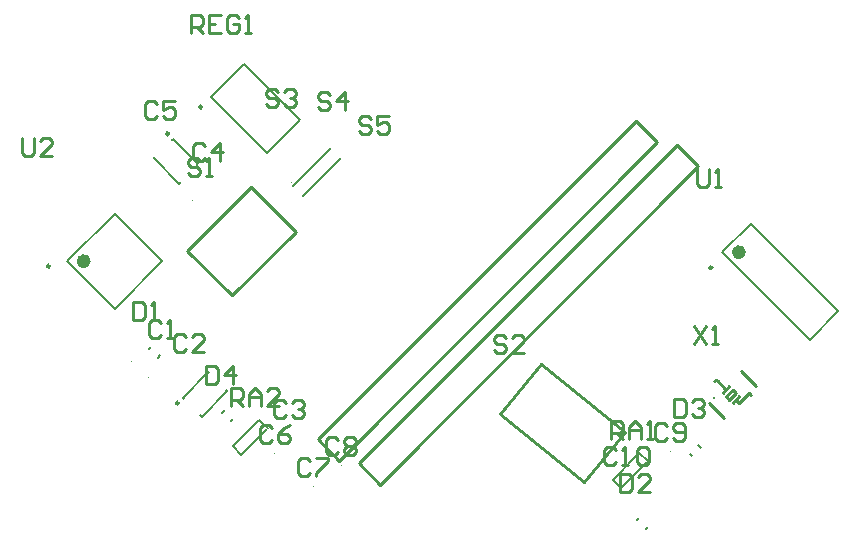
<source format=gto>
G04*
G04 #@! TF.GenerationSoftware,Altium Limited,Altium Designer,23.4.1 (23)*
G04*
G04 Layer_Color=65535*
%FSLAX44Y44*%
%MOMM*%
G71*
G04*
G04 #@! TF.SameCoordinates,7EF6362F-2363-4B38-88DE-BB285B2C36F4*
G04*
G04*
G04 #@! TF.FilePolarity,Positive*
G04*
G01*
G75*
%ADD10C,0.2500*%
%ADD11C,0.6000*%
%ADD12C,0.1000*%
%ADD13C,0.2540*%
%ADD14C,0.2540*%
%ADD15C,0.1524*%
%ADD16C,0.2000*%
D10*
X452260Y172121D02*
G03*
X452260Y172121I-1250J0D01*
G01*
X20411Y308137D02*
G03*
X20411Y308137I-1250J0D01*
G01*
X601Y57389D02*
G03*
X601Y57389I-1250J0D01*
G01*
X-7820Y285534D02*
G03*
X-7820Y285534I-1250J0D01*
G01*
X-108511Y173357D02*
G03*
X-108511Y173357I-1250J0D01*
G01*
D11*
X477698Y185202D02*
G03*
X477698Y185202I-3000J0D01*
G01*
X-77063Y177600D02*
G03*
X-77063Y177600I-3000J0D01*
G01*
D12*
X-25474Y79133D02*
G03*
X-25474Y79133I-500J0D01*
G01*
X12113Y228920D02*
G03*
X12113Y228920I-500J0D01*
G01*
X94020Y35687D02*
G03*
X94020Y35687I-500J0D01*
G01*
X82020Y14987D02*
G03*
X82020Y14987I-500J0D01*
G01*
X114520Y-13013D02*
G03*
X114520Y-13013I-500J0D01*
G01*
X138320Y4287D02*
G03*
X138320Y4287I-500J0D01*
G01*
X96538Y244438D02*
G03*
X96538Y244438I-500J0D01*
G01*
X373983Y-52378D02*
G03*
X373983Y-52378I-500J0D01*
G01*
X-39217Y92722D02*
G03*
X-39217Y92722I-500J0D01*
G01*
X430522Y36617D02*
G03*
X430522Y36617I-500J0D01*
G01*
X22883Y39022D02*
G03*
X22883Y39022I-500J0D01*
G01*
X359613Y-28680D02*
G03*
X359613Y-28680I-500J0D01*
G01*
X416620Y16587D02*
G03*
X416620Y16587I-500J0D01*
G01*
D13*
X454000Y61700D02*
D03*
D14*
X152834Y6395D02*
X170795Y-11565D01*
X440203Y257843D01*
X422242Y275803D02*
X440203Y257843D01*
X152834Y6395D02*
X422242Y275803D01*
X45538Y148660D02*
X99419Y202542D01*
X61702Y240259D02*
X99419Y202542D01*
X7820Y186377D02*
X61702Y240259D01*
X7820Y186377D02*
X45538Y148660D01*
X307144Y90603D02*
X378206Y33058D01*
X272777Y48163D02*
X307144Y90603D01*
X343839Y-9382D02*
X378206Y33058D01*
X272777Y48163D02*
X343839Y-9382D01*
X476627Y84327D02*
X489355Y71600D01*
X449757Y57457D02*
X462485Y44729D01*
X472385Y60286D02*
X475213Y57457D01*
X483698Y65943D01*
X485112Y64529D01*
X456829Y75842D02*
X462485Y70185D01*
X455414Y77257D02*
X456829Y75842D01*
X454000D02*
X455414Y77257D01*
X461071Y65943D02*
X466728Y71600D01*
X469557Y68771D02*
X472385Y65943D01*
X463899Y63114D02*
X469557Y68771D01*
X463899Y63114D02*
X466728Y60286D01*
X472385Y65943D01*
X469557Y57457D02*
X475213Y63114D01*
X117974Y26635D02*
X135934Y8674D01*
X405342Y278082D01*
X387382Y296043D02*
X405342Y278082D01*
X117974Y26635D02*
X387382Y296043D01*
X163669Y298034D02*
X161129Y300573D01*
X156051D01*
X153512Y298034D01*
Y295495D01*
X156051Y292955D01*
X161129D01*
X163669Y290416D01*
Y287877D01*
X161129Y285338D01*
X156051D01*
X153512Y287877D01*
X178904Y300573D02*
X168747D01*
Y292955D01*
X173825Y295495D01*
X176365D01*
X178904Y292955D01*
Y287877D01*
X176365Y285338D01*
X171286D01*
X168747Y287877D01*
X18635Y262474D02*
X16095Y265013D01*
X11017D01*
X8478Y262474D01*
Y259935D01*
X11017Y257395D01*
X16095D01*
X18635Y254856D01*
Y252317D01*
X16095Y249778D01*
X11017D01*
X8478Y252317D01*
X23713Y249778D02*
X28791D01*
X26252D01*
Y265013D01*
X23713Y262474D01*
X366110Y27274D02*
Y42509D01*
X373727D01*
X376267Y39970D01*
Y34892D01*
X373727Y32352D01*
X366110D01*
X371188D02*
X376267Y27274D01*
X381345D02*
Y37431D01*
X386423Y42509D01*
X391502Y37431D01*
Y27274D01*
Y34892D01*
X381345D01*
X396580Y27274D02*
X401659D01*
X399119D01*
Y42509D01*
X396580Y39970D01*
X439516Y255869D02*
Y243173D01*
X442055Y240634D01*
X447133D01*
X449673Y243173D01*
Y255869D01*
X454751Y240634D02*
X459829D01*
X457290D01*
Y255869D01*
X454751Y253330D01*
X-14639Y125314D02*
X-17178Y127853D01*
X-22257D01*
X-24796Y125314D01*
Y115157D01*
X-22257Y112618D01*
X-17178D01*
X-14639Y115157D01*
X-9561Y112618D02*
X-4483D01*
X-7022D01*
Y127853D01*
X-9561Y125314D01*
X277207Y112614D02*
X274667Y115153D01*
X269589D01*
X267050Y112614D01*
Y110075D01*
X269589Y107535D01*
X274667D01*
X277207Y104996D01*
Y102457D01*
X274667Y99918D01*
X269589D01*
X267050Y102457D01*
X292442Y99918D02*
X282285D01*
X292442Y110075D01*
Y112614D01*
X289903Y115153D01*
X284824D01*
X282285Y112614D01*
X11272Y371190D02*
Y386425D01*
X18889D01*
X21429Y383886D01*
Y378807D01*
X18889Y376268D01*
X11272D01*
X16350D02*
X21429Y371190D01*
X36664Y386425D02*
X26507D01*
Y371190D01*
X36664D01*
X26507Y378807D02*
X31585D01*
X51899Y383886D02*
X49360Y386425D01*
X44281D01*
X41742Y383886D01*
Y373729D01*
X44281Y371190D01*
X49360D01*
X51899Y373729D01*
Y378807D01*
X46821D01*
X56977Y371190D02*
X62056D01*
X59516D01*
Y386425D01*
X56977Y383886D01*
X6951Y113376D02*
X4412Y115915D01*
X-667D01*
X-3206Y113376D01*
Y103219D01*
X-667Y100680D01*
X4412D01*
X6951Y103219D01*
X22186Y100680D02*
X12029D01*
X22186Y110837D01*
Y113376D01*
X19647Y115915D01*
X14568D01*
X12029Y113376D01*
X22953Y275174D02*
X20413Y277713D01*
X15335D01*
X12796Y275174D01*
Y265017D01*
X15335Y262478D01*
X20413D01*
X22953Y265017D01*
X35649Y262478D02*
Y277713D01*
X28031Y270096D01*
X38188D01*
X91533Y57496D02*
X88994Y60035D01*
X83915D01*
X81376Y57496D01*
Y47339D01*
X83915Y44800D01*
X88994D01*
X91533Y47339D01*
X96611Y57496D02*
X99150Y60035D01*
X104229D01*
X106768Y57496D01*
Y54957D01*
X104229Y52417D01*
X101689D01*
X104229D01*
X106768Y49878D01*
Y47339D01*
X104229Y44800D01*
X99150D01*
X96611Y47339D01*
X-17687Y310988D02*
X-20227Y313527D01*
X-25305D01*
X-27844Y310988D01*
Y300831D01*
X-25305Y298292D01*
X-20227D01*
X-17687Y300831D01*
X-2452Y313527D02*
X-12609D01*
Y305910D01*
X-7531Y308449D01*
X-4991D01*
X-2452Y305910D01*
Y300831D01*
X-4991Y298292D01*
X-10070D01*
X-12609Y300831D01*
X79341Y36668D02*
X76802Y39207D01*
X71723D01*
X69184Y36668D01*
Y26511D01*
X71723Y23972D01*
X76802D01*
X79341Y26511D01*
X94576Y39207D02*
X89497Y36668D01*
X84419Y31590D01*
Y26511D01*
X86958Y23972D01*
X92037D01*
X94576Y26511D01*
Y29050D01*
X92037Y31590D01*
X84419D01*
X111853Y8728D02*
X109313Y11267D01*
X104235D01*
X101696Y8728D01*
Y-1429D01*
X104235Y-3968D01*
X109313D01*
X111853Y-1429D01*
X116931Y11267D02*
X127088D01*
Y8728D01*
X116931Y-1429D01*
Y-3968D01*
X-132238Y281523D02*
Y268827D01*
X-129699Y266288D01*
X-124621D01*
X-122081Y268827D01*
Y281523D01*
X-106846Y266288D02*
X-117003D01*
X-106846Y276445D01*
Y278984D01*
X-109385Y281523D01*
X-114464D01*
X-117003Y278984D01*
X135729Y26000D02*
X133189Y28539D01*
X128111D01*
X125572Y26000D01*
Y15843D01*
X128111Y13304D01*
X133189D01*
X135729Y15843D01*
X140807Y26000D02*
X143346Y28539D01*
X148425D01*
X150964Y26000D01*
Y23461D01*
X148425Y20921D01*
X150964Y18382D01*
Y15843D01*
X148425Y13304D01*
X143346D01*
X140807Y15843D01*
Y18382D01*
X143346Y20921D01*
X140807Y23461D01*
Y26000D01*
X143346Y20921D02*
X148425D01*
X84929Y320894D02*
X82389Y323433D01*
X77311D01*
X74772Y320894D01*
Y318355D01*
X77311Y315816D01*
X82389D01*
X84929Y313276D01*
Y310737D01*
X82389Y308198D01*
X77311D01*
X74772Y310737D01*
X90007Y320894D02*
X92546Y323433D01*
X97625D01*
X100164Y320894D01*
Y318355D01*
X97625Y315816D01*
X95085D01*
X97625D01*
X100164Y313276D01*
Y310737D01*
X97625Y308198D01*
X92546D01*
X90007Y310737D01*
X374492Y-2195D02*
Y-17430D01*
X382109D01*
X384649Y-14891D01*
Y-4734D01*
X382109Y-2195D01*
X374492D01*
X399884Y-17430D02*
X389727D01*
X399884Y-7273D01*
Y-4734D01*
X397345Y-2195D01*
X392266D01*
X389727Y-4734D01*
X-38512Y142839D02*
Y127604D01*
X-30894D01*
X-28355Y130143D01*
Y140300D01*
X-30894Y142839D01*
X-38512D01*
X-23277Y127604D02*
X-18199D01*
X-20738D01*
Y142839D01*
X-23277Y140300D01*
X44546Y55214D02*
Y70449D01*
X52164D01*
X54703Y67910D01*
Y62832D01*
X52164Y60292D01*
X44546D01*
X49624D02*
X54703Y55214D01*
X59781D02*
Y65371D01*
X64859Y70449D01*
X69938Y65371D01*
Y55214D01*
Y62832D01*
X59781D01*
X85173Y55214D02*
X75016D01*
X85173Y65371D01*
Y67910D01*
X82634Y70449D01*
X77555D01*
X75016Y67910D01*
X436468Y123027D02*
X446625Y107792D01*
Y123027D02*
X436468Y107792D01*
X451703D02*
X456781D01*
X454242D01*
Y123027D01*
X451703Y120488D01*
X419450Y60797D02*
Y45562D01*
X427067D01*
X429607Y48101D01*
Y58258D01*
X427067Y60797D01*
X419450D01*
X434685Y58258D02*
X437224Y60797D01*
X442303D01*
X444842Y58258D01*
Y55719D01*
X442303Y53179D01*
X439763D01*
X442303D01*
X444842Y50640D01*
Y48101D01*
X442303Y45562D01*
X437224D01*
X434685Y48101D01*
X23464Y89245D02*
Y74010D01*
X31082D01*
X33621Y76549D01*
Y86706D01*
X31082Y89245D01*
X23464D01*
X46317Y74010D02*
Y89245D01*
X38699Y81628D01*
X48856D01*
X370425Y17618D02*
X367886Y20157D01*
X362807D01*
X360268Y17618D01*
Y7461D01*
X362807Y4922D01*
X367886D01*
X370425Y7461D01*
X375503Y4922D02*
X380581D01*
X378042D01*
Y20157D01*
X375503Y17618D01*
X388199D02*
X390738Y20157D01*
X395816D01*
X398356Y17618D01*
Y7461D01*
X395816Y4922D01*
X390738D01*
X388199Y7461D01*
Y17618D01*
X414113Y38192D02*
X411573Y40731D01*
X406495D01*
X403956Y38192D01*
Y28035D01*
X406495Y25496D01*
X411573D01*
X414113Y28035D01*
X419191D02*
X421730Y25496D01*
X426809D01*
X429348Y28035D01*
Y38192D01*
X426809Y40731D01*
X421730D01*
X419191Y38192D01*
Y35653D01*
X421730Y33114D01*
X429348D01*
X128871Y318100D02*
X126332Y320639D01*
X121253D01*
X118714Y318100D01*
Y315561D01*
X121253Y313022D01*
X126332D01*
X128871Y310482D01*
Y307943D01*
X126332Y305404D01*
X121253D01*
X118714Y307943D01*
X141567Y305404D02*
Y320639D01*
X133949Y313022D01*
X144106D01*
D15*
X367901Y-7262D02*
X374972Y-14333D01*
X390531Y15368D02*
X397602Y8297D01*
X374972Y-14333D02*
X397063Y7759D01*
X367901Y-7262D02*
X389992Y14829D01*
X46176Y20743D02*
X53247Y13672D01*
X68807Y43373D02*
X75877Y36303D01*
X53247Y13672D02*
X75338Y35764D01*
X46176Y20743D02*
X68268Y42835D01*
D16*
X460556Y185202D02*
X534803Y110956D01*
X484598Y209244D02*
X558844Y134997D01*
X460556Y185202D02*
X484598Y209244D01*
X534803Y110956D02*
X558844Y134997D01*
X27823Y316800D02*
X75200Y269423D01*
X55400Y344377D02*
X102776Y297001D01*
X27823Y316800D02*
X55400Y344377D01*
X75200Y269423D02*
X102776Y297001D01*
X40307Y68491D02*
X41544Y67254D01*
X18754Y46938D02*
X19991Y45701D01*
X41544Y67254D01*
X3827Y61865D02*
X4725Y60967D01*
X25380Y83418D02*
X26278Y82520D01*
X3827Y61865D02*
X25380Y83418D01*
X794Y243342D02*
X2032Y244579D01*
X-20758Y264895D02*
X-19521Y266132D01*
X-20758Y264895D02*
X794Y243342D01*
X-5492Y280161D02*
X-4594Y281059D01*
X16061Y258608D02*
X16959Y259506D01*
X-4594Y281059D02*
X16959Y259506D01*
X-53900Y137295D02*
X-13595Y177600D01*
X-94205D02*
X-53900Y217905D01*
X-13595Y177600D01*
X-94205D02*
X-53900Y137295D01*
X97094Y241079D02*
X129621Y273606D01*
X105579Y232594D02*
X138106Y265121D01*
X395752Y-49373D02*
X397873Y-47252D01*
X388327Y-41949D02*
X390448Y-39827D01*
X-17448Y95727D02*
X-15327Y97848D01*
X-24873Y103152D02*
X-22752Y105273D01*
X440452Y21773D02*
X442573Y19652D01*
X433027Y14348D02*
X435148Y12227D01*
X44652Y42027D02*
X46773Y44148D01*
X37227Y49452D02*
X39348Y51573D01*
M02*

</source>
